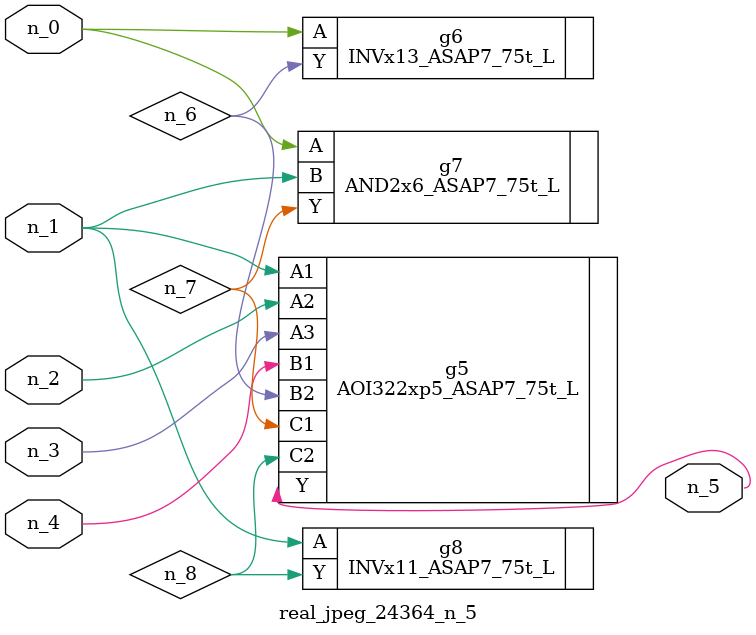
<source format=v>
module real_jpeg_24364_n_5 (n_4, n_0, n_1, n_2, n_3, n_5);

input n_4;
input n_0;
input n_1;
input n_2;
input n_3;

output n_5;

wire n_8;
wire n_6;
wire n_7;

INVx13_ASAP7_75t_L g6 ( 
.A(n_0),
.Y(n_6)
);

AND2x6_ASAP7_75t_L g7 ( 
.A(n_0),
.B(n_1),
.Y(n_7)
);

AOI322xp5_ASAP7_75t_L g5 ( 
.A1(n_1),
.A2(n_2),
.A3(n_3),
.B1(n_4),
.B2(n_6),
.C1(n_7),
.C2(n_8),
.Y(n_5)
);

INVx11_ASAP7_75t_L g8 ( 
.A(n_1),
.Y(n_8)
);


endmodule
</source>
